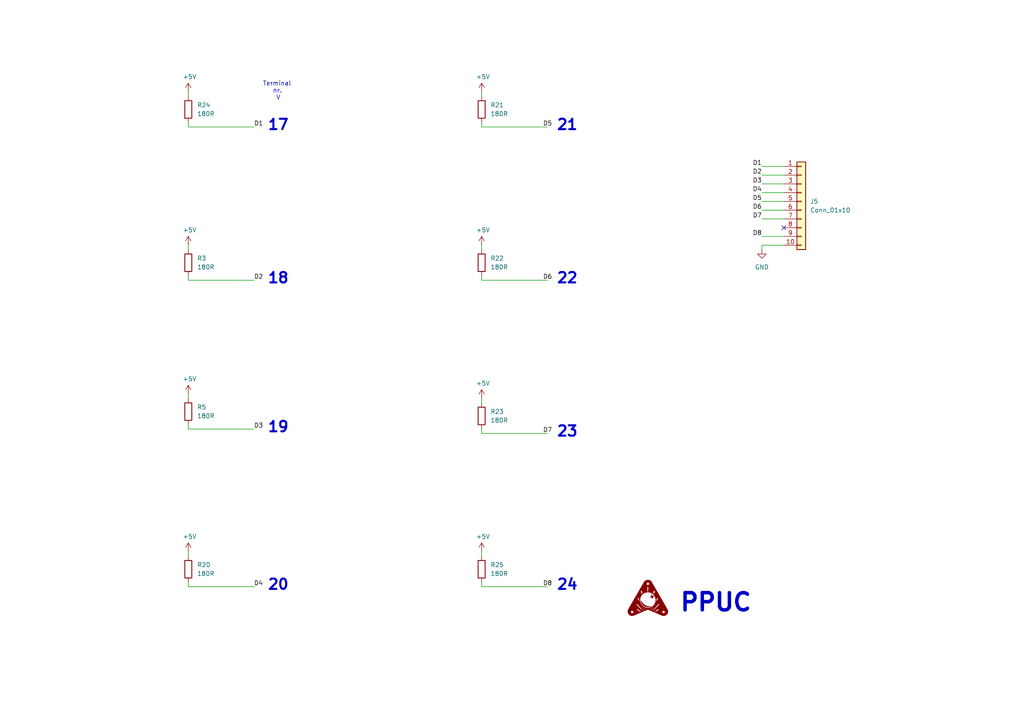
<source format=kicad_sch>
(kicad_sch (version 20211123) (generator eeschema)
  (paper "A4")
  (title_block (title "Opto_8") (date "2025-03-26") (rev "0.1.0"))
  (lib_symbols
    (symbol "Connector_Generic:Conn_01x10" (pin_names (offset 1.016) hide)
      (property "Reference" "J" (at 0 12.7 0))
      (property "Value" "Conn_01x10" (at 0 -15.24 0))
      (symbol "Conn_01x10_1_1"
        (rectangle (start -1.27 -12.573) (end 0 -12.827) (stroke (width 0.1524)))
        (rectangle (start -1.27 -10.033) (end 0 -10.287) (stroke (width 0.1524)))
        (rectangle (start -1.27 -7.493) (end 0 -7.747) (stroke (width 0.1524)))
        (rectangle (start -1.27 -4.953) (end 0 -5.207) (stroke (width 0.1524)))
        (rectangle (start -1.27 -2.413) (end 0 -2.667) (stroke (width 0.1524)))
        (rectangle (start -1.27 0.127) (end 0 -0.127) (stroke (width 0.1524)))
        (rectangle (start -1.27 2.667) (end 0 2.413) (stroke (width 0.1524)))
        (rectangle (start -1.27 5.207) (end 0 4.953) (stroke (width 0.1524)))
        (rectangle (start -1.27 7.747) (end 0 7.493) (stroke (width 0.1524)))
        (rectangle (start -1.27 10.287) (end 0 10.033) (stroke (width 0.1524)))
        (rectangle (start -1.27 11.43) (end 1.27 -13.97) (stroke (width 0.254)) (fill (type background)))
        (pin passive line (at -5.08 10.16 0) (length 3.81) (name "Pin_1") (number "1"))
        (pin passive line (at -5.08 -12.7 0) (length 3.81) (name "Pin_10") (number "10"))
        (pin passive line (at -5.08 7.62 0) (length 3.81) (name "Pin_2") (number "2"))
        (pin passive line (at -5.08 5.08 0) (length 3.81) (name "Pin_3") (number "3"))
        (pin passive line (at -5.08 2.54 0) (length 3.81) (name "Pin_4") (number "4"))
        (pin passive line (at -5.08 0 0) (length 3.81) (name "Pin_5") (number "5"))
        (pin passive line (at -5.08 -2.54 0) (length 3.81) (name "Pin_6") (number "6"))
        (pin passive line (at -5.08 -5.08 0) (length 3.81) (name "Pin_7") (number "7"))
        (pin passive line (at -5.08 -7.62 0) (length 3.81) (name "Pin_8") (number "8"))
        (pin passive line (at -5.08 -10.16 0) (length 3.81) (name "Pin_9") (number "9"))
      )
    )
    (symbol "Device:R" (pin_numbers hide) (pin_names (offset 0))
      (property "Reference" "R" (at 2.032 0 90))
      (property "Value" "R" (at 0 0 90))
      (symbol "R_0_1"
        (rectangle (start -1.016 -2.54) (end 1.016 2.54) (stroke (width 0.254)))
      )
      (symbol "R_1_1"
        (pin passive line (at 0 3.81 270) (length 1.27) (name "~") (number "1"))
        (pin passive line (at 0 -3.81 90) (length 1.27) (name "~") (number "2"))
      )
    )
    (symbol "PPUC_LOGO_LIB:LOGO" (pin_names (offset 1.016))
      (symbol "LOGO_0_0"
        (polyline (pts (xy 1.3461 0.5723) (xy 1.401 0.7319) (xy 1.5604 0.9187) (xy 1.7415 1.0689) (xy 1.5906 1.0703) (xy 1.4626 1.0839) (xy 1.2757 1.1732) (xy 1.1226 1.3565) (xy 1.0185 1.5273) (xy 1.0183 1.3201) (xy 1.0052 1.1853) (xy 0.9467 1.0647) (xy 0.8201 0.9316) (xy 0.6221 0.7503) (xy 0.8008 0.7503) (xy 0.8737 0.7451) (xy 1.0075 0.6918) (xy 1.1462 0.5632) (xy 1.3128 0.3761) (xy 1.3461 0.5723)) (stroke (width 0.01)) (fill (type outline)))
        (polyline (pts (xy 0.1988 -2.0744) (xy 0.5626 -2.0132) (xy 0.8306 -1.9387) (xy 0.5626 -1.9329) (xy 0.4034 -1.9255) (xy -0.1437 -1.8346) (xy -0.6511 -1.6461) (xy -1.1124 -1.3635) (xy -1.5212 -0.9906) (xy -1.8709 -0.5311) (xy -1.984 -0.3573) (xy -2.0545 -0.2659) (xy -2.0804 -0.2689) (xy -2.0663 -0.3675) (xy -2.0172 -0.5626) (xy -1.9531 -0.7694) (xy -1.7523 -1.1905) (xy -1.478 -1.5343) (xy -1.1315 -1.7993) (xy -0.7139 -1.9844) (xy -0.5869 -2.0195) (xy -0.2016 -2.0761) (xy 0.1988 -2.0744)) (stroke (width 0.01)) (fill (type outline)))
        (polyline (pts (xy -4.5517 -4.6263) (xy -4.4448 -4.6087) (xy -4.3144 -4.5748) (xy -4.1524 -4.5216) (xy -3.9504 -4.4461) (xy -3.7002 -4.3452) (xy -3.3934 -4.216) (xy -3.0218 -4.0554) (xy -2.5771 -3.8605) (xy -2.0509 -3.6282) (xy -1.435 -3.3556) (xy -1.2826 -3.2884) (xy -0.8872 -3.1181) (xy -0.5757 -2.9915) (xy -0.3394 -2.9052) (xy -0.1694 -2.8558) (xy -0.0568 -2.84) (xy -0.0245 -2.8416) (xy 0.131 -2.8733) (xy 0.3579 -2.9476) (xy 0.3988 -2.9636) (xy 0.839 -2.9636) (xy 0.8472 -2.8886) (xy 0.9027 -2.7535) (xy 0.9916 -2.5822) (xy 1.0998 -2.3987) (xy 1.2134 -2.2268) (xy 1.3183 -2.0905) (xy 1.4005 -2.0137) (xy 1.4168 -2.0042) (xy 1.5142 -1.9565) (xy 1.554 -1.9532) (xy 1.5352 -1.9949) (xy 1.471 -2.1124) (xy 1.372 -2.2847) (xy 1.2494 -2.4921) (xy 1.1911 -2.5891) (xy 1.067 -2.7902) (xy 0.9809 -2.9159) (xy 0.922 -2.9787) (xy 0.8793 -2.9916) (xy 0.8417 -2.9673) (xy 0.839 -2.9636) (xy 0.3988 -2.9636) (xy 0.6639 -3.0673) (xy 0.7882 -3.1204) (xy 1.3552 -3.1204) (xy 1.3684 -3.0819) (xy 1.4092 -3.0182) (xy 1.4848 -2.9199) (xy 1.6022 -2.7776) (xy 1.7681 -2.5821) (xy 1.9898 -2.3238) (xy 2.2741 -1.9934) (xy 2.3543 -1.9006) (xy 2.5716 -1.6532) (xy 2.7639 -1.4401) (xy 2.9202 -1.2731) (xy 3.0295 -1.1642) (xy 3.0806 -1.1253) (xy 3.1358 -1.1406) (xy 3.2268 -1.2163) (xy 3.2683 -1.3101) (xy 3.2514 -1.3383) (xy 3.1703 -1.4365) (xy 3.0314 -1.5923) (xy 2.845 -1.7944) (xy 2.6213 -2.0315) (xy 2.3707 -2.2924) (xy 2.351 -2.3128) (xy 2.0542 -2.6162) (xy 1.8219 -2.8468) (xy 1.6473 -3.011) (xy 1.5231 -3.1152) (xy 1.4426 -3.1656) (xy 1.3986 -3.1685) (xy 1.3841 -3.1593) (xy 1.3628 -3.1431) (xy 1.3552 -3.1204) (xy 0.7882 -3.1204) (xy 1.0567 -3.2351) (xy 1.0705 -3.2411) (xy 1.3795 -3.3769) (xy 1.9566 -3.3769) (xy 1.9884 -3.3276) (xy 2.094 -3.2343) (xy 2.2572 -3.1101) (xy 2.4618 -2.9683) (xy 2.6777 -2.8269) (xy 2.8466 -2.7247) (xy 2.9592 -2.6709) (xy 3.0317 -2.658) (xy 3.0801 -2.6784) (xy 3.1461 -2.75) (xy 3.1608 -2.8368) (xy 3.096 -2.9317) (xy 2.9448 -3.0443) (xy 2.7 -3.184) (xy 2.4032 -3.33) (xy 2.1841 -3.41) (xy 2.1049 -3.4183) (xy 4.0884 -3.4183) (xy 4.1623 -3.2625) (xy 4.3036 -3.1508) (xy 4.5012 -3.108) (xy 4.5793 -3.1144) (xy 4.7536 -3.1871) (xy 4.8688 -3.3198) (xy 4.9151 -3.4866) (xy 4.8831 -3.6614) (xy 4.7631 -3.818) (xy 4.7494 -3.8288) (xy 4.5699 -3.9046) (xy 4.377 -3.8877) (xy 4.2041 -3.7802) (xy 4.187 -3.7622) (xy 4.093 -3.5932) (xy 4.0884 -3.4183) (xy 2.1049 -3.4183) (xy 2.0372 -3.4254) (xy 1.9569 -3.3776) (xy 1.9566 -3.3769) (xy 1.3795 -3.3769) (xy 1.4118 -3.3911) (xy 1.8166 -3.5689) (xy 2.2518 -3.7602) (xy 2.6843 -3.9502) (xy 3.0812 -4.1246) (xy 3.4438 -4.2828) (xy 3.7384 -4.4075) (xy 3.9656 -4.4978) (xy 4.1405 -4.5588) (xy 4.2783 -4.5958) (xy 4.3943 -4.6142) (xy 4.5035 -4.6191) (xy 4.5541 -4.6183) (xy 4.9176 -4.5572) (xy 5.2324 -4.407) (xy 5.4866 -4.1778) (xy 5.6688 -3.8797) (xy 5.767 -3.5229) (xy 5.7717 -3.4883) (xy 5.7812 -3.4013) (xy 5.7831 -3.317) (xy 5.7737 -3.2275) (xy 5.7489 -3.1248) (xy 5.7051 -3.001) (xy 5.6384 -2.848) (xy 5.5448 -2.658) (xy 5.4206 -2.4231) (xy 5.2619 -2.1351) (xy 5.0648 -1.7863) (xy 4.8256 -1.3685) (xy 4.5403 -0.874) (xy 4.2052 -0.2947) (xy 3.8596 0.3026) (xy 3.2999 1.2707) (xy 2.6957 2.3167) (xy 2.0442 3.4454) (xy 1.3424 4.6621) (xy 1.3358 4.6735) (xy 1.1639 4.9694) (xy 1.0314 5.1879) (xy 0.9254 5.3445) (xy 0.8331 5.4546) (xy 0.7415 5.5337) (xy 0.6378 5.5972) (xy 0.509 5.6605) (xy 0.4416 5.69) (xy 0.084 5.7811) (xy -0.2769 5.7684) (xy -0.6253 5.6522) (xy -0.7345 5.5939) (xy -0.885 5.5) (xy -0.9779 5.4245) (xy -0.9942 5.4027) (xy -1.0647 5.2936) (xy -1.1755 5.1127) (xy -1.3175 4.8747) (xy -1.4638 4.6255) (xy -0.4632 4.6255) (xy -0.4306 4.8182) (xy -0.3984 4.8816) (xy -0.2632 5.0164) (xy -0.0889 5.0695) (xy 0.0977 5.0371) (xy 0.2697 4.9157) (xy 0.3554 4.7754) (xy 0.3676 4.5978) (xy 0.2886 4.4299) (xy 0.1241 4.2957) (xy 0.0455 4.2633) (xy -0.1365 4.2539) (xy -0.2956 4.324) (xy -0.4114 4.4543) (xy -0.4632 4.6255) (xy -1.4638 4.6255) (xy -1.4819 4.5946) (xy -1.66 4.287) (xy -1.7166 4.1885) (xy -1.9049 3.8615) (xy -2.0851 3.5488) (xy -2.1688 3.404) (xy -0.2283 3.404) (xy -0.2262 3.5927) (xy -0.2144 3.7126) (xy -0.1911 3.7823) (xy -0.1547 3.82) (xy -0.0974 3.8437) (xy 0.0195 3.8417) (xy 0.061 3.8097) (xy 0.0892 3.7328) (xy 0.1031 3.5914) (xy 0.1067 3.3643) (xy 0.1066 3.3405) (xy 0.1012 3.0848) (xy 0.089 2.834) (xy 0.0724 2.6392) (xy 0.0716 2.6321) (xy 0.043 2.4646) (xy 0.0034 2.3807) (xy -0.0579 2.3578) (xy -0.1111 2.3636) (xy -0.1783 2.398) (xy -0.1789 2.3992) (xy -0.1896 2.4712) (xy -0.2012 2.627) (xy -0.2123 2.8444) (xy -0.2216 3.1014) (xy -0.2224 3.1282) (xy -0.2283 3.404) (xy -2.1688 3.404) (xy -2.2461 3.2702) (xy -2.3763 3.0453) (xy -2.4646 2.8937) (xy -2.5328 2.7766) (xy -2.6595 2.5584) (xy -2.6793 2.5242) (xy -2.1341 2.5242) (xy -2.1155 2.5845) (xy -2.0247 2.675) (xy -1.8982 2.6952) (xy -1.7757 2.633) (xy -1.7537 2.6068) (xy -1.6879 2.4618) (xy -1.6458 2.267) (xy -1.6309 2.0599) (xy -1.6466 1.8782) (xy -1.6962 1.7594) (xy -1.7615 1.6966) (xy -1.8218 1.6612) (xy -1.8419 1.6763) (xy -1.8946 1.7681) (xy -1.9597 1.9182) (xy -2.0266 2.0977) (xy -2.0849 2.2778) (xy -2.1243 2.4296) (xy -2.1341 2.5242) (xy -2.6793 2.5242) (xy -2.8158 2.2886) (xy -2.9879 1.9906) (xy -3.1625 1.688) (xy -3.2951 1.458) (xy -3.469 1.1568) (xy -3.63 0.8782) (xy -3.7647 0.6455) (xy -3.8595 0.4823) (xy -3.8914 0.4274) (xy -3.0678 0.4274) (xy -3.0484 0.5433) (xy -2.9776 0.6215) (xy -2.8768 0.6275) (xy -2.7998 0.5648) (xy -2.7033 0.4155) (xy -2.6127 0.2108) (xy -2.5894 0.1365) (xy -2.3239 0.1365) (xy -2.2472 0.5701) (xy -2.0885 0.9814) (xy -1.8498 1.3566) (xy -1.5332 1.6819) (xy -1.1407 1.9435) (xy -0.9119 2.0507) (xy -0.4377 2.1933) (xy 0.0354 2.2296) (xy 0.504 2.1594) (xy 0.8654 2.0208) (xy 1.5087 2.0208) (xy 1.525 2.2218) (xy 1.567 2.4548) (xy 1.6445 2.6272) (xy 1.7518 2.7009) (xy 1.8868 2.6733) (xy 1.9403 2.6399) (xy 1.9991 2.568) (xy 2.0109 2.4625) (xy 1.976 2.3022) (xy 1.8947 2.0662) (xy 1.8728 2.0084) (xy 1.8012 1.8315) (xy 1.7436 1.7078) (xy 1.7109 1.6612) (xy 1.6648 1.6879) (xy 1.5826 1.7664) (xy 1.55 1.8078) (xy 1.5157 1.8934) (xy 1.5087 2.0208) (xy 0.8654 2.0208) (xy 0.9647 1.9827) (xy 1.1079 1.903) (xy 1.4698 1.6273) (xy 1.772 1.2848) (xy 2.0056 0.8931) (xy 2.1613 0.4697) (xy 2.2302 0.0322) (xy 2.203 -0.4019) (xy 2.1714 -0.5408) (xy 2.1461 -0.6155) (xy 2.3578 -0.6155) (xy 2.3583 -0.2943) (xy 2.3682 -0.0984) (xy 2.4156 0.0962) (xy 2.5179 0.3043) (xy 2.5922 0.4276) (xy 2.6782 0.5541) (xy 2.7341 0.617) (xy 2.7414 0.6209) (xy 2.8273 0.6122) (xy 2.9101 0.5431) (xy 2.9472 0.4477) (xy 2.9318 0.398) (xy 2.8706 0.2689) (xy 2.7736 0.0883) (xy 2.6525 -0.1215) (xy 2.3578 -0.6155) (xy 2.1461 -0.6155) (xy 2.064 -0.8575) (xy 1.9161 -1.1751) (xy 1.7457 -1.4578) (xy 1.5706 -1.6698) (xy 1.3652 -1.8396) (xy 1.0298 -2.0466) (xy 0.6676 -2.2076) (xy 0.3215 -2.3008) (xy 0.1712 -2.3246) (xy 0.0123 -2.3442) (xy -0.1182 -2.3464) (xy -0.2648 -2.331) (xy -0.4724 -2.2979) (xy -0.4834 -2.296) (xy -0.9009 -2.1729) (xy -1.3021 -1.9569) (xy -1.6617 -1.6616) (xy -1.7713 -1.5443) (xy -2.0424 -1.1598) (xy -2.2235 -0.7423) (xy -2.3167 -0.3056) (xy -2.3239 0.1365) (xy -2.5894 0.1365) (xy -2.5398 -0.0217) (xy -2.4965 -0.2545) (xy -2.4816 -0.4145) (xy -2.4756 -0.541) (xy -2.4815 -0.5894) (xy -2.5017 -0.5657) (xy -2.5654 -0.4691) (xy -2.6582 -0.3191) (xy -2.7664 -0.1389) (xy -2.8762 0.0488) (xy -2.974 0.2208) (xy -3.046 0.3543) (xy -3.0678 0.4274) (xy -3.8914 0.4274) (xy -4.074 0.1136) (xy -4.3251 -0.3193) (xy -4.5746 -0.7508) (xy -4.8159 -1.1694) (xy -4.8786 -1.2784) (xy -3.3671 -1.2784) (xy -3.3327 -1.1892) (xy -3.2323 -1.1521) (xy -3.1966 -1.1624) (xy -3.1101 -1.2232) (xy -2.9813 -1.3438) (xy -2.8042 -1.5303) (xy -2.5728 -1.7888) (xy -2.4208 -1.9643) (xy -1.6612 -1.9643) (xy -1.6594 -1.9591) (xy -1.608 -1.97) (xy -1.508 -2.0309) (xy -1.4986 -2.0381) (xy -1.4073 -2.1382) (xy -1.294 -2.297) (xy -1.1757 -2.4857) (xy -1.1695 -2.4968) (xy -0.7356 -2.4968) (xy -0.7314 -2.4282) (xy -0.7254 -2.4236) (xy -0.6547 -2.4286) (xy -0.5743 -2.4801) (xy -0.5359 -2.5467) (xy -0.5327 -2.5851) (xy -0.5292 -2.5989) (xy -0.1072 -2.5989) (xy -0.1012 -2.5619) (xy -0.0536 -2.5185) (xy -0.029 -2.5276) (xy 0 -2.5989) (xy -0.0061 -2.6359) (xy -0.0536 -2.6793) (xy -0.0783 -2.6702) (xy -0.1072 -2.5989) (xy -0.5292 -2.5989) (xy -0.5081 -2.6831) (xy 0.3751 -2.6831) (xy 0.3938 -2.606) (xy 0.4512 -2.5082) (xy 0.5205 -2.4385) (xy 0.5741 -2.4318) (xy 0.5748 -2.4325) (xy 0.5814 -2.4999) (xy 0.5635 -2.6219) (xy 0.5251 -2.7192) (xy 0.4602 -2.7803) (xy 0.4009 -2.7713) (xy 0.3751 -2.6831) (xy -0.5081 -2.6831) (xy -0.5034 -2.7017) (xy -0.4959 -2.7525) (xy -0.5517 -2.7865) (xy -0.5685 -2.7818) (xy -0.6326 -2.7165) (xy -0.6955 -2.6073) (xy -0.7356 -2.4968) (xy -1.1695 -2.4968) (xy -1.0699 -2.6753) (xy -0.9938 -2.8369) (xy -0.9646 -2.9417) (xy -0.969 -2.9815) (xy -1.0057 -2.9971) (xy -1.0815 -2.9245) (xy -1.199 -2.761) (xy -1.3606 -2.5038) (xy -1.4599 -2.3373) (xy -1.5641 -2.1562) (xy -1.635 -2.025) (xy -1.6612 -1.9643) (xy -2.4208 -1.9643) (xy -2.2811 -2.1255) (xy -2.1217 -2.3119) (xy -1.9044 -2.5679) (xy -1.7186 -2.7886) (xy -1.574 -2.9626) (xy -1.4803 -3.0784) (xy -1.4469 -3.1245) (xy -1.454 -3.1382) (xy -1.52 -3.1781) (xy -1.5278 -3.1783) (xy -1.6047 -3.1327) (xy -1.7462 -3.0164) (xy -1.9453 -2.8356) (xy -2.1952 -2.5966) (xy -2.489 -2.3054) (xy -2.6581 -2.1348) (xy -2.9131 -1.8736) (xy -3.1029 -1.672) (xy -3.2353 -1.521) (xy -3.3182 -1.4112) (xy -3.3595 -1.3334) (xy -3.3671 -1.2784) (xy -4.8786 -1.2784) (xy -5.0426 -1.5637) (xy -5.2481 -1.9224) (xy -5.4258 -2.2341) (xy -5.5692 -2.4873) (xy -5.6719 -2.6707) (xy -5.7271 -2.7729) (xy -5.7627 -2.8709) (xy -3.2801 -2.8709) (xy -3.2782 -2.7698) (xy -3.2311 -2.6705) (xy -3.1611 -2.6257) (xy -3.1607 -2.6257) (xy -3.0971 -2.6543) (xy -2.9637 -2.7303) (xy -2.7798 -2.8423) (xy -2.5647 -2.9788) (xy -2.4856 -3.0303) (xy -2.2723 -3.1753) (xy -2.1417 -3.2771) (xy -2.0852 -3.3429) (xy -2.0946 -3.3799) (xy -2.1486 -3.4044) (xy -2.2775 -3.4271) (xy -2.3431 -3.4116) (xy -2.4883 -3.3518) (xy -2.6743 -3.2611) (xy -2.8733 -3.1545) (xy -3.0577 -3.0469) (xy -3.1998 -2.9533) (xy -3.2718 -2.8888) (xy -3.2801 -2.8709) (xy -5.7627 -2.8709) (xy -5.8531 -3.1193) (xy -5.8778 -3.4709) (xy -5.8635 -3.5309) (xy -5.022 -3.5309) (xy -5.0037 -3.3668) (xy -4.9098 -3.2345) (xy -4.7661 -3.1451) (xy -4.5983 -3.1099) (xy -4.432 -3.1399) (xy -4.293 -3.2464) (xy -4.1967 -3.4285) (xy -4.2009 -3.61) (xy -4.3113 -3.7802) (xy -4.4173 -3.8602) (xy -4.5991 -3.9092) (xy -4.7763 -3.8703) (xy -4.9237 -3.7513) (xy -5.016 -3.5602) (xy -5.022 -3.5309) (xy -5.8635 -3.5309) (xy -5.7969 -3.8115) (xy -5.611 -4.1347) (xy -5.4411 -4.3242) (xy -5.1815 -4.5027) (xy -4.8682 -4.6016) (xy -4.8152 -4.6112) (xy -4.7286 -4.6245) (xy -4.6436 -4.6306) (xy -4.5517 -4.6263)) (stroke (width 0.01)) (fill (type outline)))
      )
    )
    (symbol "power:+5V" (power) (pin_names (offset 0))
      (property "Value" "+5V" (at 0 3.556 0))
      (symbol "+5V_0_1"
        (polyline (pts (xy -0.762 1.27) (xy 0 2.54)))
        (polyline (pts (xy 0 0) (xy 0 2.54)))
        (polyline (pts (xy 0 2.54) (xy 0.762 1.27)))
      )
      (symbol "+5V_1_1"
        (pin power_in line (at 0 0 90) (length 0) hide (name "+5V") (number "1"))
      )
    )
    (symbol "power:GND" (power) (pin_names (offset 0))
      (property "Value" "GND" (at 0 -3.81 0))
      (symbol "GND_0_1"
        (polyline (pts (xy 0 0) (xy 0 -1.27) (xy 1.27 -1.27) (xy 0 -2.54) (xy -1.27 -1.27) (xy 0 -1.27)))
      )
      (symbol "GND_1_1"
        (pin power_in line (at 0 0 270) (length 0) hide (name "GND") (number "1"))
      )
    )
  )
  (no_connect (at 227.33 66.04))
  (wire (pts (xy 54.61 170.18) (xy 73.66 170.18)))
  (wire (pts (xy 139.7 125.73) (xy 158.75 125.73)))
  (wire (pts (xy 54.61 81.28) (xy 73.66 81.28)))
  (wire (pts (xy 139.7 168.91) (xy 139.7 170.18)))
  (wire (pts (xy 54.61 168.91) (xy 54.61 170.18)))
  (wire (pts (xy 139.7 124.46) (xy 139.7 125.73)))
  (wire (pts (xy 139.7 35.56) (xy 139.7 36.83)))
  (wire (pts (xy 54.61 71.12) (xy 54.61 72.39)))
  (wire (pts (xy 54.61 36.83) (xy 73.66 36.83)))
  (wire (pts (xy 54.61 35.56) (xy 54.61 36.83)))
  (wire (pts (xy 139.7 71.12) (xy 139.7 72.39)))
  (wire (pts (xy 54.61 26.67) (xy 54.61 27.94)))
  (wire (pts (xy 139.7 170.18) (xy 158.75 170.18)))
  (wire (pts (xy 54.61 124.46) (xy 73.66 124.46)))
  (wire (pts (xy 220.98 55.88) (xy 227.33 55.88)))
  (wire (pts (xy 220.98 50.8) (xy 227.33 50.8)))
  (wire (pts (xy 139.7 26.67) (xy 139.7 27.94)))
  (wire (pts (xy 139.7 81.28) (xy 158.75 81.28)))
  (wire (pts (xy 139.7 80.01) (xy 139.7 81.28)))
  (wire (pts (xy 54.61 114.3) (xy 54.61 115.57)))
  (wire (pts (xy 139.7 36.83) (xy 158.75 36.83)))
  (wire (pts (xy 220.98 71.12) (xy 220.98 72.39)))
  (wire (pts (xy 54.61 123.19) (xy 54.61 124.46)))
  (wire (pts (xy 220.98 58.42) (xy 227.33 58.42)))
  (wire (pts (xy 227.33 71.12) (xy 220.98 71.12)))
  (wire (pts (xy 139.7 115.57) (xy 139.7 116.84)))
  (wire (pts (xy 220.98 53.34) (xy 227.33 53.34)))
  (wire (pts (xy 220.98 68.58) (xy 227.33 68.58)))
  (wire (pts (xy 54.61 80.01) (xy 54.61 81.28)))
  (wire (pts (xy 220.98 63.5) (xy 227.33 63.5)))
  (wire (pts (xy 220.98 48.26) (xy 227.33 48.26)))
  (wire (pts (xy 220.98 60.96) (xy 227.33 60.96)))
  (wire (pts (xy 139.7 160.02) (xy 139.7 161.29)))
  (wire (pts (xy 54.61 160.02) (xy 54.61 161.29)))
  (text "PPUC" (at 196.85 177.8 0) (effects (font (size 5 5) bold) (justify left bottom)))
  (text "20" (at 77.47 171.45 0) (effects (font (size 3 3) (thickness 0.6) bold) (justify left bottom)))
  (text "19" (at 77.47 125.73 0) (effects (font (size 3 3) (thickness 0.6) bold) (justify left bottom)))
  (text "23" (at 161.29 127 0) (effects (font (size 3 3) (thickness 0.6) bold) (justify left bottom)))
  (text "Terminal\n   nr.\n    V" (at 76.2 29.21 0) (effects (font (size 1.27 1.27)) (justify left bottom)))
  (text "21" (at 161.29 38.1 0) (effects (font (size 3 3) (thickness 0.6) bold) (justify left bottom)))
  (text "22" (at 161.29 82.55 0) (effects (font (size 3 3) (thickness 0.6) bold) (justify left bottom)))
  (text "17" (at 77.47 38.1 0) (effects (font (size 3 3) (thickness 0.6) bold) (justify left bottom)))
  (text "24" (at 161.29 171.45 0) (effects (font (size 3 3) (thickness 0.6) bold) (justify left bottom)))
  (text "18" (at 77.47 82.55 0) (effects (font (size 3 3) (thickness 0.6) bold) (justify left bottom)))
  (label "D6" (at 220.98 60.96 180))
  (label "D8" (at 220.98 68.58 180))
  (label "D6" (at 157.48 81.28 0))
  (label "D3" (at 220.98 53.34 180))
  (label "D3" (at 73.66 124.46 0))
  (label "D7" (at 220.98 63.5 180))
  (label "D7" (at 157.48 125.73 0))
  (label "D8" (at 157.48 170.18 0))
  (label "D1" (at 73.66 36.83 0))
  (label "D2" (at 220.98 50.8 180))
  (label "D5" (at 157.48 36.83 0))
  (label "D5" (at 220.98 58.42 180))
  (label "D1" (at 220.98 48.26 180))
  (label "D4" (at 220.98 55.88 180))
  (label "D4" (at 73.66 170.18 0))
  (label "D2" (at 73.66 81.28 0))
  (symbol (lib_id "power:+5V") (at 139.7 115.57 0) (unit 1)
    (property "Reference" "#PWR021" (effects hide))
    (property "Value" "+5V" (at 140.081 111.1758 0))
  )
  (symbol (lib_id "Device:R") (at 54.61 76.2 0) (unit 1)
    (property "Reference" "R3" (at 57.15 74.9299 0) (effects (justify left)))
    (property "Value" "180R" (at 57.15 77.4699 0) (effects (justify left)))
    (property "Footprint" "Resistor_SMD:R_1206_3216Metric" (effects hide))
  )
  (symbol (lib_id "power:GND") (at 220.98 72.39 0) (unit 1)
    (property "Reference" "#PWR06" (effects hide))
    (property "Value" "GND" (at 220.98 77.47 0))
  )
  (symbol (lib_id "power:+5V") (at 54.61 26.67 0) (unit 1)
    (property "Reference" "#PWR01" (effects hide))
    (property "Value" "+5V" (at 54.991 22.2758 0))
  )
  (symbol (lib_id "PPUC_LOGO_LIB:LOGO") (at 187.96 173.99 0) (unit 1)
    (property "Reference" "#G2" (effects hide))
    (property "Value" "LOGO" (effects hide))
  )
  (symbol (lib_id "Device:R") (at 139.7 120.65 0) (unit 1)
    (property "Reference" "R23" (at 142.24 119.3799 0) (effects (justify left)))
    (property "Value" "180R" (at 142.24 121.9199 0) (effects (justify left)))
    (property "Footprint" "Resistor_SMD:R_1206_3216Metric" (effects hide))
  )
  (symbol (lib_id "Device:R") (at 54.61 119.38 0) (unit 1)
    (property "Reference" "R5" (at 57.15 118.1099 0) (effects (justify left)))
    (property "Value" "180R" (at 57.15 120.6499 0) (effects (justify left)))
    (property "Footprint" "Resistor_SMD:R_1206_3216Metric" (effects hide))
  )
  (symbol (lib_id "Device:R") (at 54.61 31.75 0) (unit 1)
    (property "Reference" "R24" (at 57.15 30.4799 0) (effects (justify left)))
    (property "Value" "180R" (at 57.15 33.0199 0) (effects (justify left)))
    (property "Footprint" "Resistor_SMD:R_1206_3216Metric" (effects hide))
  )
  (symbol (lib_id "power:+5V") (at 54.61 160.02 0) (unit 1)
    (property "Reference" "#PWR011" (effects hide))
    (property "Value" "+5V" (at 54.991 155.6258 0))
  )
  (symbol (lib_id "Device:R") (at 139.7 165.1 0) (unit 1)
    (property "Reference" "R25" (at 142.24 163.8299 0) (effects (justify left)))
    (property "Value" "180R" (at 142.24 166.3699 0) (effects (justify left)))
    (property "Footprint" "Resistor_SMD:R_1206_3216Metric" (effects hide))
  )
  (symbol (lib_id "power:+5V") (at 54.61 114.3 0) (unit 1)
    (property "Reference" "#PWR09" (effects hide))
    (property "Value" "+5V" (at 54.991 109.9058 0))
  )
  (symbol (lib_id "Device:R") (at 139.7 76.2 0) (unit 1)
    (property "Reference" "R22" (at 142.24 74.9299 0) (effects (justify left)))
    (property "Value" "180R" (at 142.24 77.4699 0) (effects (justify left)))
    (property "Footprint" "Resistor_SMD:R_1206_3216Metric" (effects hide))
  )
  (symbol (lib_id "power:+5V") (at 139.7 160.02 0) (unit 1)
    (property "Reference" "#PWR023" (effects hide))
    (property "Value" "+5V" (at 140.081 155.6258 0))
  )
  (symbol (lib_id "power:+5V") (at 54.61 71.12 0) (unit 1)
    (property "Reference" "#PWR07" (effects hide))
    (property "Value" "+5V" (at 54.991 66.7258 0))
  )
  (symbol (lib_id "Device:R") (at 54.61 165.1 0) (unit 1)
    (property "Reference" "R20" (at 57.15 163.8299 0) (effects (justify left)))
    (property "Value" "180R" (at 57.15 166.3699 0) (effects (justify left)))
    (property "Footprint" "Resistor_SMD:R_1206_3216Metric" (effects hide))
  )
  (symbol (lib_id "power:+5V") (at 139.7 71.12 0) (unit 1)
    (property "Reference" "#PWR019" (effects hide))
    (property "Value" "+5V" (at 140.081 66.7258 0))
  )
  (symbol (lib_id "Device:R") (at 139.7 31.75 0) (unit 1)
    (property "Reference" "R21" (at 142.24 30.4799 0) (effects (justify left)))
    (property "Value" "180R" (at 142.24 33.0199 0) (effects (justify left)))
    (property "Footprint" "Resistor_SMD:R_1206_3216Metric" (effects hide))
  )
  (symbol (lib_id "Connector_Generic:Conn_01x10") (at 232.41 58.42 0) (unit 1)
    (property "Reference" "J5" (at 234.95 58.4199 0) (effects (justify left)))
    (property "Value" "Conn_01x10" (at 234.95 60.9599 0) (effects (justify left)))
  )
  (symbol (lib_id "power:+5V") (at 139.7 26.67 0) (unit 1)
    (property "Reference" "#PWR017" (effects hide))
    (property "Value" "+5V" (at 140.081 22.2758 0))
  )
)
</source>
